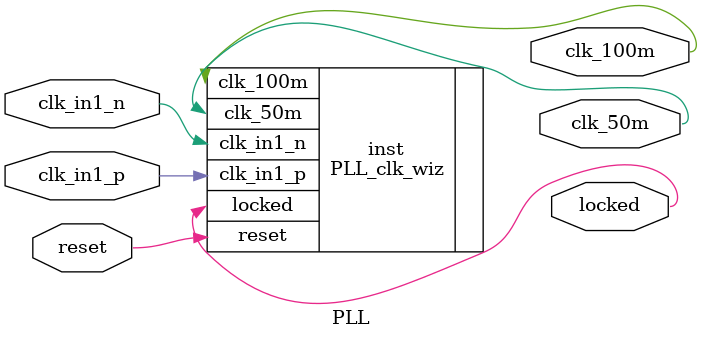
<source format=v>


`timescale 1ps/1ps

(* CORE_GENERATION_INFO = "PLL,clk_wiz_v6_0_2_0_0,{component_name=PLL,use_phase_alignment=true,use_min_o_jitter=false,use_max_i_jitter=false,use_dyn_phase_shift=false,use_inclk_switchover=false,use_dyn_reconfig=false,enable_axi=0,feedback_source=FDBK_AUTO,PRIMITIVE=MMCM,num_out_clk=2,clkin1_period=10.000,clkin2_period=10.000,use_power_down=false,use_reset=true,use_locked=true,use_inclk_stopped=false,feedback_type=SINGLE,CLOCK_MGR_TYPE=NA,manual_override=false}" *)

module PLL 
 (
  // Clock out ports
  output        clk_50m,
  output        clk_100m,
  // Status and control signals
  input         reset,
  output        locked,
 // Clock in ports
  input         clk_in1_p,
  input         clk_in1_n
 );

  PLL_clk_wiz inst
  (
  // Clock out ports  
  .clk_50m(clk_50m),
  .clk_100m(clk_100m),
  // Status and control signals               
  .reset(reset), 
  .locked(locked),
 // Clock in ports
  .clk_in1_p(clk_in1_p),
  .clk_in1_n(clk_in1_n)
  );

endmodule

</source>
